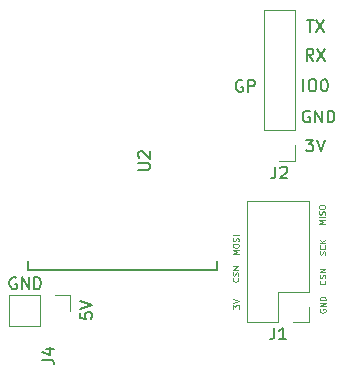
<source format=gto>
G04 #@! TF.FileFunction,Legend,Top*
%FSLAX46Y46*%
G04 Gerber Fmt 4.6, Leading zero omitted, Abs format (unit mm)*
G04 Created by KiCad (PCBNEW 4.0.7-e2-6376~58~ubuntu17.04.1) date Tue Sep  5 17:35:11 2017*
%MOMM*%
%LPD*%
G01*
G04 APERTURE LIST*
%ADD10C,0.100000*%
%ADD11C,0.150000*%
%ADD12C,0.152400*%
%ADD13C,0.120000*%
G04 APERTURE END LIST*
D10*
X154818590Y-102692151D02*
X154818590Y-102382628D01*
X155009067Y-102549294D01*
X155009067Y-102477866D01*
X155032876Y-102430247D01*
X155056686Y-102406437D01*
X155104305Y-102382628D01*
X155223352Y-102382628D01*
X155270971Y-102406437D01*
X155294781Y-102430247D01*
X155318590Y-102477866D01*
X155318590Y-102620723D01*
X155294781Y-102668342D01*
X155270971Y-102692151D01*
X154818590Y-102239771D02*
X155318590Y-102073104D01*
X154818590Y-101906438D01*
X155220171Y-100091038D02*
X155243981Y-100114848D01*
X155267790Y-100186276D01*
X155267790Y-100233895D01*
X155243981Y-100305324D01*
X155196362Y-100352943D01*
X155148743Y-100376752D01*
X155053505Y-100400562D01*
X154982076Y-100400562D01*
X154886838Y-100376752D01*
X154839219Y-100352943D01*
X154791600Y-100305324D01*
X154767790Y-100233895D01*
X154767790Y-100186276D01*
X154791600Y-100114848D01*
X154815410Y-100091038D01*
X155243981Y-99900562D02*
X155267790Y-99829133D01*
X155267790Y-99710086D01*
X155243981Y-99662467D01*
X155220171Y-99638657D01*
X155172552Y-99614848D01*
X155124933Y-99614848D01*
X155077314Y-99638657D01*
X155053505Y-99662467D01*
X155029695Y-99710086D01*
X155005886Y-99805324D01*
X154982076Y-99852943D01*
X154958267Y-99876752D01*
X154910648Y-99900562D01*
X154863029Y-99900562D01*
X154815410Y-99876752D01*
X154791600Y-99852943D01*
X154767790Y-99805324D01*
X154767790Y-99686276D01*
X154791600Y-99614848D01*
X155267790Y-99400562D02*
X154767790Y-99400562D01*
X155267790Y-99114848D01*
X154767790Y-99114848D01*
X155293190Y-98067714D02*
X154793190Y-98067714D01*
X155150333Y-97901048D01*
X154793190Y-97734381D01*
X155293190Y-97734381D01*
X154793190Y-97401047D02*
X154793190Y-97305809D01*
X154817000Y-97258190D01*
X154864619Y-97210571D01*
X154959857Y-97186762D01*
X155126524Y-97186762D01*
X155221762Y-97210571D01*
X155269381Y-97258190D01*
X155293190Y-97305809D01*
X155293190Y-97401047D01*
X155269381Y-97448666D01*
X155221762Y-97496285D01*
X155126524Y-97520095D01*
X154959857Y-97520095D01*
X154864619Y-97496285D01*
X154817000Y-97448666D01*
X154793190Y-97401047D01*
X155269381Y-96996285D02*
X155293190Y-96924856D01*
X155293190Y-96805809D01*
X155269381Y-96758190D01*
X155245571Y-96734380D01*
X155197952Y-96710571D01*
X155150333Y-96710571D01*
X155102714Y-96734380D01*
X155078905Y-96758190D01*
X155055095Y-96805809D01*
X155031286Y-96901047D01*
X155007476Y-96948666D01*
X154983667Y-96972475D01*
X154936048Y-96996285D01*
X154888429Y-96996285D01*
X154840810Y-96972475D01*
X154817000Y-96948666D01*
X154793190Y-96901047D01*
X154793190Y-96781999D01*
X154817000Y-96710571D01*
X155293190Y-96496285D02*
X154793190Y-96496285D01*
X162582990Y-95527714D02*
X162082990Y-95527714D01*
X162440133Y-95361048D01*
X162082990Y-95194381D01*
X162582990Y-95194381D01*
X162582990Y-94956285D02*
X162082990Y-94956285D01*
X162559181Y-94742000D02*
X162582990Y-94670571D01*
X162582990Y-94551524D01*
X162559181Y-94503905D01*
X162535371Y-94480095D01*
X162487752Y-94456286D01*
X162440133Y-94456286D01*
X162392514Y-94480095D01*
X162368705Y-94503905D01*
X162344895Y-94551524D01*
X162321086Y-94646762D01*
X162297276Y-94694381D01*
X162273467Y-94718190D01*
X162225848Y-94742000D01*
X162178229Y-94742000D01*
X162130610Y-94718190D01*
X162106800Y-94694381D01*
X162082990Y-94646762D01*
X162082990Y-94527714D01*
X162106800Y-94456286D01*
X162082990Y-94146762D02*
X162082990Y-94051524D01*
X162106800Y-94003905D01*
X162154419Y-93956286D01*
X162249657Y-93932477D01*
X162416324Y-93932477D01*
X162511562Y-93956286D01*
X162559181Y-94003905D01*
X162582990Y-94051524D01*
X162582990Y-94146762D01*
X162559181Y-94194381D01*
X162511562Y-94242000D01*
X162416324Y-94265810D01*
X162249657Y-94265810D01*
X162154419Y-94242000D01*
X162106800Y-94194381D01*
X162082990Y-94146762D01*
X162609981Y-98128057D02*
X162633790Y-98056628D01*
X162633790Y-97937581D01*
X162609981Y-97889962D01*
X162586171Y-97866152D01*
X162538552Y-97842343D01*
X162490933Y-97842343D01*
X162443314Y-97866152D01*
X162419505Y-97889962D01*
X162395695Y-97937581D01*
X162371886Y-98032819D01*
X162348076Y-98080438D01*
X162324267Y-98104247D01*
X162276648Y-98128057D01*
X162229029Y-98128057D01*
X162181410Y-98104247D01*
X162157600Y-98080438D01*
X162133790Y-98032819D01*
X162133790Y-97913771D01*
X162157600Y-97842343D01*
X162586171Y-97342343D02*
X162609981Y-97366153D01*
X162633790Y-97437581D01*
X162633790Y-97485200D01*
X162609981Y-97556629D01*
X162562362Y-97604248D01*
X162514743Y-97628057D01*
X162419505Y-97651867D01*
X162348076Y-97651867D01*
X162252838Y-97628057D01*
X162205219Y-97604248D01*
X162157600Y-97556629D01*
X162133790Y-97485200D01*
X162133790Y-97437581D01*
X162157600Y-97366153D01*
X162181410Y-97342343D01*
X162633790Y-97128057D02*
X162133790Y-97128057D01*
X162633790Y-96842343D02*
X162348076Y-97056629D01*
X162133790Y-96842343D02*
X162419505Y-97128057D01*
X162586171Y-100319638D02*
X162609981Y-100343448D01*
X162633790Y-100414876D01*
X162633790Y-100462495D01*
X162609981Y-100533924D01*
X162562362Y-100581543D01*
X162514743Y-100605352D01*
X162419505Y-100629162D01*
X162348076Y-100629162D01*
X162252838Y-100605352D01*
X162205219Y-100581543D01*
X162157600Y-100533924D01*
X162133790Y-100462495D01*
X162133790Y-100414876D01*
X162157600Y-100343448D01*
X162181410Y-100319638D01*
X162609981Y-100129162D02*
X162633790Y-100057733D01*
X162633790Y-99938686D01*
X162609981Y-99891067D01*
X162586171Y-99867257D01*
X162538552Y-99843448D01*
X162490933Y-99843448D01*
X162443314Y-99867257D01*
X162419505Y-99891067D01*
X162395695Y-99938686D01*
X162371886Y-100033924D01*
X162348076Y-100081543D01*
X162324267Y-100105352D01*
X162276648Y-100129162D01*
X162229029Y-100129162D01*
X162181410Y-100105352D01*
X162157600Y-100081543D01*
X162133790Y-100033924D01*
X162133790Y-99914876D01*
X162157600Y-99843448D01*
X162633790Y-99629162D02*
X162133790Y-99629162D01*
X162633790Y-99343448D01*
X162133790Y-99343448D01*
X162183000Y-102742953D02*
X162159190Y-102790572D01*
X162159190Y-102862000D01*
X162183000Y-102933429D01*
X162230619Y-102981048D01*
X162278238Y-103004857D01*
X162373476Y-103028667D01*
X162444905Y-103028667D01*
X162540143Y-103004857D01*
X162587762Y-102981048D01*
X162635381Y-102933429D01*
X162659190Y-102862000D01*
X162659190Y-102814381D01*
X162635381Y-102742953D01*
X162611571Y-102719143D01*
X162444905Y-102719143D01*
X162444905Y-102814381D01*
X162659190Y-102504857D02*
X162159190Y-102504857D01*
X162659190Y-102219143D01*
X162159190Y-102219143D01*
X162659190Y-101981047D02*
X162159190Y-101981047D01*
X162159190Y-101862000D01*
X162183000Y-101790571D01*
X162230619Y-101742952D01*
X162278238Y-101719143D01*
X162373476Y-101695333D01*
X162444905Y-101695333D01*
X162540143Y-101719143D01*
X162587762Y-101742952D01*
X162635381Y-101790571D01*
X162659190Y-101862000D01*
X162659190Y-101981047D01*
D11*
X136448896Y-100084000D02*
X136353658Y-100036381D01*
X136210801Y-100036381D01*
X136067943Y-100084000D01*
X135972705Y-100179238D01*
X135925086Y-100274476D01*
X135877467Y-100464952D01*
X135877467Y-100607810D01*
X135925086Y-100798286D01*
X135972705Y-100893524D01*
X136067943Y-100988762D01*
X136210801Y-101036381D01*
X136306039Y-101036381D01*
X136448896Y-100988762D01*
X136496515Y-100941143D01*
X136496515Y-100607810D01*
X136306039Y-100607810D01*
X136925086Y-101036381D02*
X136925086Y-100036381D01*
X137496515Y-101036381D01*
X137496515Y-100036381D01*
X137972705Y-101036381D02*
X137972705Y-100036381D01*
X138210800Y-100036381D01*
X138353658Y-100084000D01*
X138448896Y-100179238D01*
X138496515Y-100274476D01*
X138544134Y-100464952D01*
X138544134Y-100607810D01*
X138496515Y-100798286D01*
X138448896Y-100893524D01*
X138353658Y-100988762D01*
X138210800Y-101036381D01*
X137972705Y-101036381D01*
X141870181Y-103035076D02*
X141870181Y-103511267D01*
X142346371Y-103558886D01*
X142298752Y-103511267D01*
X142251133Y-103416029D01*
X142251133Y-103177933D01*
X142298752Y-103082695D01*
X142346371Y-103035076D01*
X142441610Y-102987457D01*
X142679705Y-102987457D01*
X142774943Y-103035076D01*
X142822562Y-103082695D01*
X142870181Y-103177933D01*
X142870181Y-103416029D01*
X142822562Y-103511267D01*
X142774943Y-103558886D01*
X141870181Y-102701743D02*
X142870181Y-102368410D01*
X141870181Y-102035076D01*
X160985295Y-88377781D02*
X161604343Y-88377781D01*
X161271009Y-88758733D01*
X161413867Y-88758733D01*
X161509105Y-88806352D01*
X161556724Y-88853971D01*
X161604343Y-88949210D01*
X161604343Y-89187305D01*
X161556724Y-89282543D01*
X161509105Y-89330162D01*
X161413867Y-89377781D01*
X161128152Y-89377781D01*
X161032914Y-89330162D01*
X160985295Y-89282543D01*
X161890057Y-88377781D02*
X162223390Y-89377781D01*
X162556724Y-88377781D01*
X161061495Y-78243181D02*
X161632924Y-78243181D01*
X161347209Y-79243181D02*
X161347209Y-78243181D01*
X161871019Y-78243181D02*
X162537686Y-79243181D01*
X162537686Y-78243181D02*
X161871019Y-79243181D01*
X161605934Y-81681581D02*
X161272600Y-81205390D01*
X161034505Y-81681581D02*
X161034505Y-80681581D01*
X161415458Y-80681581D01*
X161510696Y-80729200D01*
X161558315Y-80776819D01*
X161605934Y-80872057D01*
X161605934Y-81014914D01*
X161558315Y-81110152D01*
X161510696Y-81157771D01*
X161415458Y-81205390D01*
X161034505Y-81205390D01*
X161939267Y-80681581D02*
X162605934Y-81681581D01*
X162605934Y-80681581D02*
X161939267Y-81681581D01*
X160772600Y-84272381D02*
X160772600Y-83272381D01*
X161439266Y-83272381D02*
X161629743Y-83272381D01*
X161724981Y-83320000D01*
X161820219Y-83415238D01*
X161867838Y-83605714D01*
X161867838Y-83939048D01*
X161820219Y-84129524D01*
X161724981Y-84224762D01*
X161629743Y-84272381D01*
X161439266Y-84272381D01*
X161344028Y-84224762D01*
X161248790Y-84129524D01*
X161201171Y-83939048D01*
X161201171Y-83605714D01*
X161248790Y-83415238D01*
X161344028Y-83320000D01*
X161439266Y-83272381D01*
X162486885Y-83272381D02*
X162582124Y-83272381D01*
X162677362Y-83320000D01*
X162724981Y-83367619D01*
X162772600Y-83462857D01*
X162820219Y-83653333D01*
X162820219Y-83891429D01*
X162772600Y-84081905D01*
X162724981Y-84177143D01*
X162677362Y-84224762D01*
X162582124Y-84272381D01*
X162486885Y-84272381D01*
X162391647Y-84224762D01*
X162344028Y-84177143D01*
X162296409Y-84081905D01*
X162248790Y-83891429D01*
X162248790Y-83653333D01*
X162296409Y-83462857D01*
X162344028Y-83367619D01*
X162391647Y-83320000D01*
X162486885Y-83272381D01*
X155590905Y-83370800D02*
X155495667Y-83323181D01*
X155352810Y-83323181D01*
X155209952Y-83370800D01*
X155114714Y-83466038D01*
X155067095Y-83561276D01*
X155019476Y-83751752D01*
X155019476Y-83894610D01*
X155067095Y-84085086D01*
X155114714Y-84180324D01*
X155209952Y-84275562D01*
X155352810Y-84323181D01*
X155448048Y-84323181D01*
X155590905Y-84275562D01*
X155638524Y-84227943D01*
X155638524Y-83894610D01*
X155448048Y-83894610D01*
X156067095Y-84323181D02*
X156067095Y-83323181D01*
X156448048Y-83323181D01*
X156543286Y-83370800D01*
X156590905Y-83418419D01*
X156638524Y-83513657D01*
X156638524Y-83656514D01*
X156590905Y-83751752D01*
X156543286Y-83799371D01*
X156448048Y-83846990D01*
X156067095Y-83846990D01*
X161290096Y-85961600D02*
X161194858Y-85913981D01*
X161052001Y-85913981D01*
X160909143Y-85961600D01*
X160813905Y-86056838D01*
X160766286Y-86152076D01*
X160718667Y-86342552D01*
X160718667Y-86485410D01*
X160766286Y-86675886D01*
X160813905Y-86771124D01*
X160909143Y-86866362D01*
X161052001Y-86913981D01*
X161147239Y-86913981D01*
X161290096Y-86866362D01*
X161337715Y-86818743D01*
X161337715Y-86485410D01*
X161147239Y-86485410D01*
X161766286Y-86913981D02*
X161766286Y-85913981D01*
X162337715Y-86913981D01*
X162337715Y-85913981D01*
X162813905Y-86913981D02*
X162813905Y-85913981D01*
X163052000Y-85913981D01*
X163194858Y-85961600D01*
X163290096Y-86056838D01*
X163337715Y-86152076D01*
X163385334Y-86342552D01*
X163385334Y-86485410D01*
X163337715Y-86675886D01*
X163290096Y-86771124D01*
X163194858Y-86866362D01*
X163052000Y-86913981D01*
X162813905Y-86913981D01*
D12*
X137414000Y-98679000D02*
X137414000Y-99441000D01*
X137414000Y-99441000D02*
X153416000Y-99441000D01*
X153416000Y-99441000D02*
X153416000Y-98679000D01*
D13*
X161223000Y-93564400D02*
X156023000Y-93564400D01*
X161223000Y-101244400D02*
X161223000Y-93564400D01*
X156023000Y-103844400D02*
X156023000Y-93564400D01*
X161223000Y-101244400D02*
X158623000Y-101244400D01*
X158623000Y-101244400D02*
X158623000Y-103844400D01*
X158623000Y-103844400D02*
X156023000Y-103844400D01*
X161223000Y-102514400D02*
X161223000Y-103844400D01*
X161223000Y-103844400D02*
X159893000Y-103844400D01*
X160054600Y-77384600D02*
X157394600Y-77384600D01*
X160054600Y-87604600D02*
X160054600Y-77384600D01*
X157394600Y-87604600D02*
X157394600Y-77384600D01*
X160054600Y-87604600D02*
X157394600Y-87604600D01*
X160054600Y-88874600D02*
X160054600Y-90204600D01*
X160054600Y-90204600D02*
X158724600Y-90204600D01*
X135830000Y-101540000D02*
X135830000Y-104200000D01*
X138430000Y-101540000D02*
X135830000Y-101540000D01*
X138430000Y-104200000D02*
X135830000Y-104200000D01*
X138430000Y-101540000D02*
X138430000Y-104200000D01*
X139700000Y-101540000D02*
X141030000Y-101540000D01*
X141030000Y-101540000D02*
X141030000Y-102870000D01*
D11*
X146772381Y-90931905D02*
X147581905Y-90931905D01*
X147677143Y-90884286D01*
X147724762Y-90836667D01*
X147772381Y-90741429D01*
X147772381Y-90550952D01*
X147724762Y-90455714D01*
X147677143Y-90408095D01*
X147581905Y-90360476D01*
X146772381Y-90360476D01*
X146867619Y-89931905D02*
X146820000Y-89884286D01*
X146772381Y-89789048D01*
X146772381Y-89550952D01*
X146820000Y-89455714D01*
X146867619Y-89408095D01*
X146962857Y-89360476D01*
X147058095Y-89360476D01*
X147200952Y-89408095D01*
X147772381Y-89979524D01*
X147772381Y-89360476D01*
X158289667Y-104296781D02*
X158289667Y-105011067D01*
X158242047Y-105153924D01*
X158146809Y-105249162D01*
X158003952Y-105296781D01*
X157908714Y-105296781D01*
X159289667Y-105296781D02*
X158718238Y-105296781D01*
X159003952Y-105296781D02*
X159003952Y-104296781D01*
X158908714Y-104439638D01*
X158813476Y-104534876D01*
X158718238Y-104582495D01*
X158391267Y-90656981D02*
X158391267Y-91371267D01*
X158343647Y-91514124D01*
X158248409Y-91609362D01*
X158105552Y-91656981D01*
X158010314Y-91656981D01*
X158819838Y-90752219D02*
X158867457Y-90704600D01*
X158962695Y-90656981D01*
X159200791Y-90656981D01*
X159296029Y-90704600D01*
X159343648Y-90752219D01*
X159391267Y-90847457D01*
X159391267Y-90942695D01*
X159343648Y-91085552D01*
X158772219Y-91656981D01*
X159391267Y-91656981D01*
X138644381Y-107013333D02*
X139358667Y-107013333D01*
X139501524Y-107060953D01*
X139596762Y-107156191D01*
X139644381Y-107299048D01*
X139644381Y-107394286D01*
X138977714Y-106108571D02*
X139644381Y-106108571D01*
X138596762Y-106346667D02*
X139311048Y-106584762D01*
X139311048Y-105965714D01*
M02*

</source>
